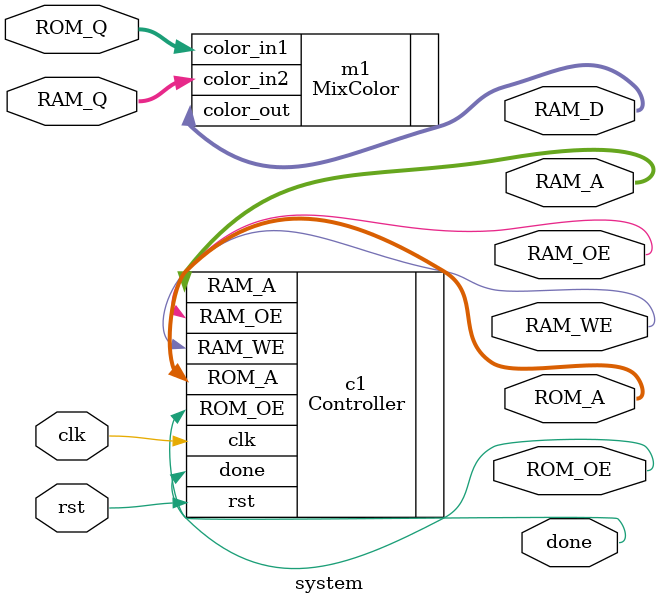
<source format=v>

`timescale 1ns/10ps
`include "MixColor.v"
`include "Controller.v"
module system (clk, rst, ROM_Q, RAM_Q, ROM_A,
  ROM_OE, RAM_A, RAM_WE, RAM_OE, RAM_D, done);

  input         clk;
  input         rst;
  input  [23:0] ROM_Q;
  input  [23:0] RAM_Q;

  output [13:0] ROM_A;
  output        ROM_OE;
  output [15:0] RAM_A;
  output        RAM_WE;
  output        RAM_OE;
  output [23:0] RAM_D;
  output        done;

  MixColor m1 (
    .color_in1(ROM_Q),
    .color_in2(RAM_Q),
	.color_out(RAM_D)
  );


  Controller c1 (
    .clk(clk),
    .rst(rst),
	.ROM_A(ROM_A), .ROM_OE(ROM_OE),
    .RAM_A(RAM_A), .RAM_WE(RAM_WE), .RAM_OE(RAM_OE), .done(done)
  );
  
  
endmodule

</source>
